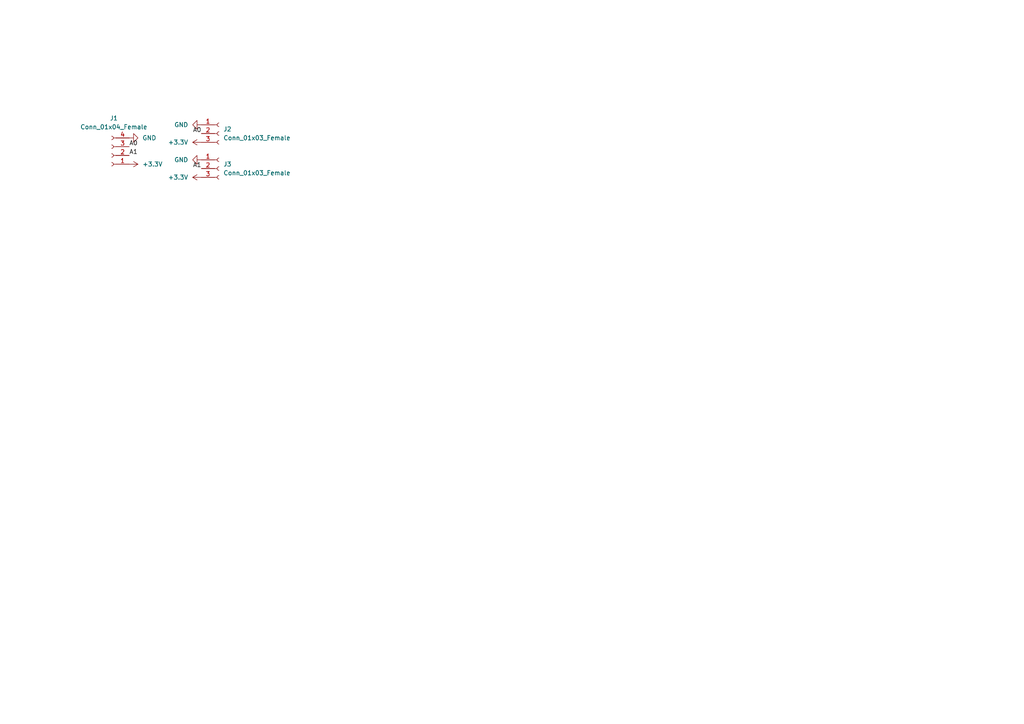
<source format=kicad_sch>
(kicad_sch (version 20211123) (generator eeschema)

  (uuid 6b23c1a2-a92e-40cc-a888-cc62d235e8e3)

  (paper "A4")

  (lib_symbols
    (symbol "Connector:Conn_01x03_Female" (pin_names (offset 1.016) hide) (in_bom yes) (on_board yes)
      (property "Reference" "J" (id 0) (at 0 5.08 0)
        (effects (font (size 1.27 1.27)))
      )
      (property "Value" "Conn_01x03_Female" (id 1) (at 0 -5.08 0)
        (effects (font (size 1.27 1.27)))
      )
      (property "Footprint" "" (id 2) (at 0 0 0)
        (effects (font (size 1.27 1.27)) hide)
      )
      (property "Datasheet" "~" (id 3) (at 0 0 0)
        (effects (font (size 1.27 1.27)) hide)
      )
      (property "ki_keywords" "connector" (id 4) (at 0 0 0)
        (effects (font (size 1.27 1.27)) hide)
      )
      (property "ki_description" "Generic connector, single row, 01x03, script generated (kicad-library-utils/schlib/autogen/connector/)" (id 5) (at 0 0 0)
        (effects (font (size 1.27 1.27)) hide)
      )
      (property "ki_fp_filters" "Connector*:*_1x??_*" (id 6) (at 0 0 0)
        (effects (font (size 1.27 1.27)) hide)
      )
      (symbol "Conn_01x03_Female_1_1"
        (arc (start 0 -2.032) (mid -0.508 -2.54) (end 0 -3.048)
          (stroke (width 0.1524) (type default) (color 0 0 0 0))
          (fill (type none))
        )
        (polyline
          (pts
            (xy -1.27 -2.54)
            (xy -0.508 -2.54)
          )
          (stroke (width 0.1524) (type default) (color 0 0 0 0))
          (fill (type none))
        )
        (polyline
          (pts
            (xy -1.27 0)
            (xy -0.508 0)
          )
          (stroke (width 0.1524) (type default) (color 0 0 0 0))
          (fill (type none))
        )
        (polyline
          (pts
            (xy -1.27 2.54)
            (xy -0.508 2.54)
          )
          (stroke (width 0.1524) (type default) (color 0 0 0 0))
          (fill (type none))
        )
        (arc (start 0 0.508) (mid -0.508 0) (end 0 -0.508)
          (stroke (width 0.1524) (type default) (color 0 0 0 0))
          (fill (type none))
        )
        (arc (start 0 3.048) (mid -0.508 2.54) (end 0 2.032)
          (stroke (width 0.1524) (type default) (color 0 0 0 0))
          (fill (type none))
        )
        (pin passive line (at -5.08 2.54 0) (length 3.81)
          (name "Pin_1" (effects (font (size 1.27 1.27))))
          (number "1" (effects (font (size 1.27 1.27))))
        )
        (pin passive line (at -5.08 0 0) (length 3.81)
          (name "Pin_2" (effects (font (size 1.27 1.27))))
          (number "2" (effects (font (size 1.27 1.27))))
        )
        (pin passive line (at -5.08 -2.54 0) (length 3.81)
          (name "Pin_3" (effects (font (size 1.27 1.27))))
          (number "3" (effects (font (size 1.27 1.27))))
        )
      )
    )
    (symbol "Connector:Conn_01x04_Female" (pin_names (offset 1.016) hide) (in_bom yes) (on_board yes)
      (property "Reference" "J" (id 0) (at 0 5.08 0)
        (effects (font (size 1.27 1.27)))
      )
      (property "Value" "Conn_01x04_Female" (id 1) (at 0 -7.62 0)
        (effects (font (size 1.27 1.27)))
      )
      (property "Footprint" "" (id 2) (at 0 0 0)
        (effects (font (size 1.27 1.27)) hide)
      )
      (property "Datasheet" "~" (id 3) (at 0 0 0)
        (effects (font (size 1.27 1.27)) hide)
      )
      (property "ki_keywords" "connector" (id 4) (at 0 0 0)
        (effects (font (size 1.27 1.27)) hide)
      )
      (property "ki_description" "Generic connector, single row, 01x04, script generated (kicad-library-utils/schlib/autogen/connector/)" (id 5) (at 0 0 0)
        (effects (font (size 1.27 1.27)) hide)
      )
      (property "ki_fp_filters" "Connector*:*_1x??_*" (id 6) (at 0 0 0)
        (effects (font (size 1.27 1.27)) hide)
      )
      (symbol "Conn_01x04_Female_1_1"
        (arc (start 0 -4.572) (mid -0.508 -5.08) (end 0 -5.588)
          (stroke (width 0.1524) (type default) (color 0 0 0 0))
          (fill (type none))
        )
        (arc (start 0 -2.032) (mid -0.508 -2.54) (end 0 -3.048)
          (stroke (width 0.1524) (type default) (color 0 0 0 0))
          (fill (type none))
        )
        (polyline
          (pts
            (xy -1.27 -5.08)
            (xy -0.508 -5.08)
          )
          (stroke (width 0.1524) (type default) (color 0 0 0 0))
          (fill (type none))
        )
        (polyline
          (pts
            (xy -1.27 -2.54)
            (xy -0.508 -2.54)
          )
          (stroke (width 0.1524) (type default) (color 0 0 0 0))
          (fill (type none))
        )
        (polyline
          (pts
            (xy -1.27 0)
            (xy -0.508 0)
          )
          (stroke (width 0.1524) (type default) (color 0 0 0 0))
          (fill (type none))
        )
        (polyline
          (pts
            (xy -1.27 2.54)
            (xy -0.508 2.54)
          )
          (stroke (width 0.1524) (type default) (color 0 0 0 0))
          (fill (type none))
        )
        (arc (start 0 0.508) (mid -0.508 0) (end 0 -0.508)
          (stroke (width 0.1524) (type default) (color 0 0 0 0))
          (fill (type none))
        )
        (arc (start 0 3.048) (mid -0.508 2.54) (end 0 2.032)
          (stroke (width 0.1524) (type default) (color 0 0 0 0))
          (fill (type none))
        )
        (pin passive line (at -5.08 2.54 0) (length 3.81)
          (name "Pin_1" (effects (font (size 1.27 1.27))))
          (number "1" (effects (font (size 1.27 1.27))))
        )
        (pin passive line (at -5.08 0 0) (length 3.81)
          (name "Pin_2" (effects (font (size 1.27 1.27))))
          (number "2" (effects (font (size 1.27 1.27))))
        )
        (pin passive line (at -5.08 -2.54 0) (length 3.81)
          (name "Pin_3" (effects (font (size 1.27 1.27))))
          (number "3" (effects (font (size 1.27 1.27))))
        )
        (pin passive line (at -5.08 -5.08 0) (length 3.81)
          (name "Pin_4" (effects (font (size 1.27 1.27))))
          (number "4" (effects (font (size 1.27 1.27))))
        )
      )
    )
    (symbol "power:+3.3V" (power) (pin_names (offset 0)) (in_bom yes) (on_board yes)
      (property "Reference" "#PWR" (id 0) (at 0 -3.81 0)
        (effects (font (size 1.27 1.27)) hide)
      )
      (property "Value" "+3.3V" (id 1) (at 0 3.556 0)
        (effects (font (size 1.27 1.27)))
      )
      (property "Footprint" "" (id 2) (at 0 0 0)
        (effects (font (size 1.27 1.27)) hide)
      )
      (property "Datasheet" "" (id 3) (at 0 0 0)
        (effects (font (size 1.27 1.27)) hide)
      )
      (property "ki_keywords" "power-flag" (id 4) (at 0 0 0)
        (effects (font (size 1.27 1.27)) hide)
      )
      (property "ki_description" "Power symbol creates a global label with name \"+3.3V\"" (id 5) (at 0 0 0)
        (effects (font (size 1.27 1.27)) hide)
      )
      (symbol "+3.3V_0_1"
        (polyline
          (pts
            (xy -0.762 1.27)
            (xy 0 2.54)
          )
          (stroke (width 0) (type default) (color 0 0 0 0))
          (fill (type none))
        )
        (polyline
          (pts
            (xy 0 0)
            (xy 0 2.54)
          )
          (stroke (width 0) (type default) (color 0 0 0 0))
          (fill (type none))
        )
        (polyline
          (pts
            (xy 0 2.54)
            (xy 0.762 1.27)
          )
          (stroke (width 0) (type default) (color 0 0 0 0))
          (fill (type none))
        )
      )
      (symbol "+3.3V_1_1"
        (pin power_in line (at 0 0 90) (length 0) hide
          (name "+3.3V" (effects (font (size 1.27 1.27))))
          (number "1" (effects (font (size 1.27 1.27))))
        )
      )
    )
    (symbol "power:GND" (power) (pin_names (offset 0)) (in_bom yes) (on_board yes)
      (property "Reference" "#PWR" (id 0) (at 0 -6.35 0)
        (effects (font (size 1.27 1.27)) hide)
      )
      (property "Value" "GND" (id 1) (at 0 -3.81 0)
        (effects (font (size 1.27 1.27)))
      )
      (property "Footprint" "" (id 2) (at 0 0 0)
        (effects (font (size 1.27 1.27)) hide)
      )
      (property "Datasheet" "" (id 3) (at 0 0 0)
        (effects (font (size 1.27 1.27)) hide)
      )
      (property "ki_keywords" "power-flag" (id 4) (at 0 0 0)
        (effects (font (size 1.27 1.27)) hide)
      )
      (property "ki_description" "Power symbol creates a global label with name \"GND\" , ground" (id 5) (at 0 0 0)
        (effects (font (size 1.27 1.27)) hide)
      )
      (symbol "GND_0_1"
        (polyline
          (pts
            (xy 0 0)
            (xy 0 -1.27)
            (xy 1.27 -1.27)
            (xy 0 -2.54)
            (xy -1.27 -1.27)
            (xy 0 -1.27)
          )
          (stroke (width 0) (type default) (color 0 0 0 0))
          (fill (type none))
        )
      )
      (symbol "GND_1_1"
        (pin power_in line (at 0 0 270) (length 0) hide
          (name "GND" (effects (font (size 1.27 1.27))))
          (number "1" (effects (font (size 1.27 1.27))))
        )
      )
    )
  )


  (label "A1" (at 58.42 48.895 180)
    (effects (font (size 1.27 1.27)) (justify right bottom))
    (uuid 2bbad983-b826-4295-864b-f95d57a5a53c)
  )
  (label "A0" (at 58.42 38.735 180)
    (effects (font (size 1.27 1.27)) (justify right bottom))
    (uuid 76078e8e-4aa0-4311-b5d4-c95adf818061)
  )
  (label "A0" (at 37.465 42.545 0)
    (effects (font (size 1.27 1.27)) (justify left bottom))
    (uuid 8704526d-f33c-4f6b-ad33-097daf61be31)
  )
  (label "A1" (at 37.465 45.085 0)
    (effects (font (size 1.27 1.27)) (justify left bottom))
    (uuid c783c55c-ee5d-45c5-be2d-50be4f18a672)
  )

  (symbol (lib_id "power:+3.3V") (at 58.42 41.275 90) (unit 1)
    (in_bom yes) (on_board yes) (fields_autoplaced)
    (uuid 08d669ef-6d43-45e5-b84f-9848e8db0f3a)
    (property "Reference" "#PWR0106" (id 0) (at 62.23 41.275 0)
      (effects (font (size 1.27 1.27)) hide)
    )
    (property "Value" "+3.3V" (id 1) (at 54.61 41.2749 90)
      (effects (font (size 1.27 1.27)) (justify left))
    )
    (property "Footprint" "" (id 2) (at 58.42 41.275 0)
      (effects (font (size 1.27 1.27)) hide)
    )
    (property "Datasheet" "" (id 3) (at 58.42 41.275 0)
      (effects (font (size 1.27 1.27)) hide)
    )
    (pin "1" (uuid bb815dff-32b6-46a7-95d3-9cc792390369))
  )

  (symbol (lib_id "power:GND") (at 58.42 46.355 270) (unit 1)
    (in_bom yes) (on_board yes) (fields_autoplaced)
    (uuid 0a2434b2-2bae-4c35-9ecd-d7bebb8869de)
    (property "Reference" "#PWR0104" (id 0) (at 52.07 46.355 0)
      (effects (font (size 1.27 1.27)) hide)
    )
    (property "Value" "GND" (id 1) (at 54.61 46.3549 90)
      (effects (font (size 1.27 1.27)) (justify right))
    )
    (property "Footprint" "" (id 2) (at 58.42 46.355 0)
      (effects (font (size 1.27 1.27)) hide)
    )
    (property "Datasheet" "" (id 3) (at 58.42 46.355 0)
      (effects (font (size 1.27 1.27)) hide)
    )
    (pin "1" (uuid e6704e09-3652-49d7-a1ac-7ec15d179c6a))
  )

  (symbol (lib_id "power:+3.3V") (at 37.465 47.625 270) (unit 1)
    (in_bom yes) (on_board yes) (fields_autoplaced)
    (uuid 66297210-61f5-4c60-9d67-69f80b5b7d32)
    (property "Reference" "#PWR0103" (id 0) (at 33.655 47.625 0)
      (effects (font (size 1.27 1.27)) hide)
    )
    (property "Value" "+3.3V" (id 1) (at 41.275 47.6249 90)
      (effects (font (size 1.27 1.27)) (justify left))
    )
    (property "Footprint" "" (id 2) (at 37.465 47.625 0)
      (effects (font (size 1.27 1.27)) hide)
    )
    (property "Datasheet" "" (id 3) (at 37.465 47.625 0)
      (effects (font (size 1.27 1.27)) hide)
    )
    (pin "1" (uuid 5a1d1f61-58c7-47a1-885d-0732933262d0))
  )

  (symbol (lib_id "power:GND") (at 58.42 36.195 270) (unit 1)
    (in_bom yes) (on_board yes) (fields_autoplaced)
    (uuid 72aa11a8-c994-4da3-be12-42eb069cb5b2)
    (property "Reference" "#PWR0101" (id 0) (at 52.07 36.195 0)
      (effects (font (size 1.27 1.27)) hide)
    )
    (property "Value" "GND" (id 1) (at 54.61 36.1949 90)
      (effects (font (size 1.27 1.27)) (justify right))
    )
    (property "Footprint" "" (id 2) (at 58.42 36.195 0)
      (effects (font (size 1.27 1.27)) hide)
    )
    (property "Datasheet" "" (id 3) (at 58.42 36.195 0)
      (effects (font (size 1.27 1.27)) hide)
    )
    (pin "1" (uuid eeb70754-ddd0-427b-aa24-899da0dca0b1))
  )

  (symbol (lib_id "Connector:Conn_01x03_Female") (at 63.5 48.895 0) (unit 1)
    (in_bom yes) (on_board yes) (fields_autoplaced)
    (uuid 8284493f-e662-4098-a1c8-42af74d2f9ce)
    (property "Reference" "J3" (id 0) (at 64.77 47.6249 0)
      (effects (font (size 1.27 1.27)) (justify left))
    )
    (property "Value" "Conn_01x03_Female" (id 1) (at 64.77 50.1649 0)
      (effects (font (size 1.27 1.27)) (justify left))
    )
    (property "Footprint" "Connector_PinHeader_2.00mm:PinHeader_1x03_P2.00mm_Vertical" (id 2) (at 63.5 48.895 0)
      (effects (font (size 1.27 1.27)) hide)
    )
    (property "Datasheet" "~" (id 3) (at 63.5 48.895 0)
      (effects (font (size 1.27 1.27)) hide)
    )
    (pin "1" (uuid 10455809-c9c9-406a-b642-894e85f52bb1))
    (pin "2" (uuid df030dfb-4235-4e4b-900e-8cd74c0cbb57))
    (pin "3" (uuid 437c23d0-dabe-49e0-9509-20da9af7370d))
  )

  (symbol (lib_id "power:+3.3V") (at 58.42 51.435 90) (unit 1)
    (in_bom yes) (on_board yes) (fields_autoplaced)
    (uuid 9804d788-fb6b-45b6-8f9c-c43b76a36304)
    (property "Reference" "#PWR0102" (id 0) (at 62.23 51.435 0)
      (effects (font (size 1.27 1.27)) hide)
    )
    (property "Value" "+3.3V" (id 1) (at 54.61 51.4349 90)
      (effects (font (size 1.27 1.27)) (justify left))
    )
    (property "Footprint" "" (id 2) (at 58.42 51.435 0)
      (effects (font (size 1.27 1.27)) hide)
    )
    (property "Datasheet" "" (id 3) (at 58.42 51.435 0)
      (effects (font (size 1.27 1.27)) hide)
    )
    (pin "1" (uuid abd6726a-d8ae-4e70-9974-53890ac66be5))
  )

  (symbol (lib_id "Connector:Conn_01x03_Female") (at 63.5 38.735 0) (unit 1)
    (in_bom yes) (on_board yes) (fields_autoplaced)
    (uuid 9b9b73f2-a82f-46ec-b6eb-bc4481cdde10)
    (property "Reference" "J2" (id 0) (at 64.77 37.4649 0)
      (effects (font (size 1.27 1.27)) (justify left))
    )
    (property "Value" "Conn_01x03_Female" (id 1) (at 64.77 40.0049 0)
      (effects (font (size 1.27 1.27)) (justify left))
    )
    (property "Footprint" "Connector_PinHeader_2.00mm:PinHeader_1x03_P2.00mm_Vertical" (id 2) (at 63.5 38.735 0)
      (effects (font (size 1.27 1.27)) hide)
    )
    (property "Datasheet" "~" (id 3) (at 63.5 38.735 0)
      (effects (font (size 1.27 1.27)) hide)
    )
    (pin "1" (uuid 1c816877-acbb-43fb-96f1-94fc6d103668))
    (pin "2" (uuid 7610449e-2dcc-4cbd-a3db-0cc8fd5d5901))
    (pin "3" (uuid ab525adb-eb60-4c67-9dcd-bcb4bd397914))
  )

  (symbol (lib_id "power:GND") (at 37.465 40.005 90) (unit 1)
    (in_bom yes) (on_board yes) (fields_autoplaced)
    (uuid a54b52cf-3a79-4014-ae5b-74d76faf0ba9)
    (property "Reference" "#PWR0105" (id 0) (at 43.815 40.005 0)
      (effects (font (size 1.27 1.27)) hide)
    )
    (property "Value" "GND" (id 1) (at 41.275 40.0049 90)
      (effects (font (size 1.27 1.27)) (justify right))
    )
    (property "Footprint" "" (id 2) (at 37.465 40.005 0)
      (effects (font (size 1.27 1.27)) hide)
    )
    (property "Datasheet" "" (id 3) (at 37.465 40.005 0)
      (effects (font (size 1.27 1.27)) hide)
    )
    (pin "1" (uuid 0679e22a-1a1e-40c9-a891-36e065685402))
  )

  (symbol (lib_id "Connector:Conn_01x04_Female") (at 32.385 45.085 180) (unit 1)
    (in_bom yes) (on_board yes) (fields_autoplaced)
    (uuid ac9eee45-dded-4e8a-80a1-58c1d4dacf30)
    (property "Reference" "J1" (id 0) (at 33.02 34.29 0))
    (property "Value" "Conn_01x04_Female" (id 1) (at 33.02 36.83 0))
    (property "Footprint" "Connector_PinHeader_2.00mm:PinHeader_1x04_P2.00mm_Vertical" (id 2) (at 32.385 45.085 0)
      (effects (font (size 1.27 1.27)) hide)
    )
    (property "Datasheet" "~" (id 3) (at 32.385 45.085 0)
      (effects (font (size 1.27 1.27)) hide)
    )
    (pin "1" (uuid ad4fc437-96b3-465d-8c92-d6cad436e0fb))
    (pin "2" (uuid 327f7ccb-cb86-4488-8011-0ff9da4d5063))
    (pin "3" (uuid 0bbea1c2-4d69-429a-87f3-f5b499168cb8))
    (pin "4" (uuid e7321345-2dc6-47ba-9f1f-6dac0b368a6c))
  )

  (sheet_instances
    (path "/" (page "1"))
  )

  (symbol_instances
    (path "/72aa11a8-c994-4da3-be12-42eb069cb5b2"
      (reference "#PWR0101") (unit 1) (value "GND") (footprint "")
    )
    (path "/9804d788-fb6b-45b6-8f9c-c43b76a36304"
      (reference "#PWR0102") (unit 1) (value "+3.3V") (footprint "")
    )
    (path "/66297210-61f5-4c60-9d67-69f80b5b7d32"
      (reference "#PWR0103") (unit 1) (value "+3.3V") (footprint "")
    )
    (path "/0a2434b2-2bae-4c35-9ecd-d7bebb8869de"
      (reference "#PWR0104") (unit 1) (value "GND") (footprint "")
    )
    (path "/a54b52cf-3a79-4014-ae5b-74d76faf0ba9"
      (reference "#PWR0105") (unit 1) (value "GND") (footprint "")
    )
    (path "/08d669ef-6d43-45e5-b84f-9848e8db0f3a"
      (reference "#PWR0106") (unit 1) (value "+3.3V") (footprint "")
    )
    (path "/ac9eee45-dded-4e8a-80a1-58c1d4dacf30"
      (reference "J1") (unit 1) (value "Conn_01x04_Female") (footprint "Connector_PinHeader_2.00mm:PinHeader_1x04_P2.00mm_Vertical")
    )
    (path "/9b9b73f2-a82f-46ec-b6eb-bc4481cdde10"
      (reference "J2") (unit 1) (value "Conn_01x03_Female") (footprint "Connector_PinHeader_2.00mm:PinHeader_1x03_P2.00mm_Vertical")
    )
    (path "/8284493f-e662-4098-a1c8-42af74d2f9ce"
      (reference "J3") (unit 1) (value "Conn_01x03_Female") (footprint "Connector_PinHeader_2.00mm:PinHeader_1x03_P2.00mm_Vertical")
    )
  )
)

</source>
